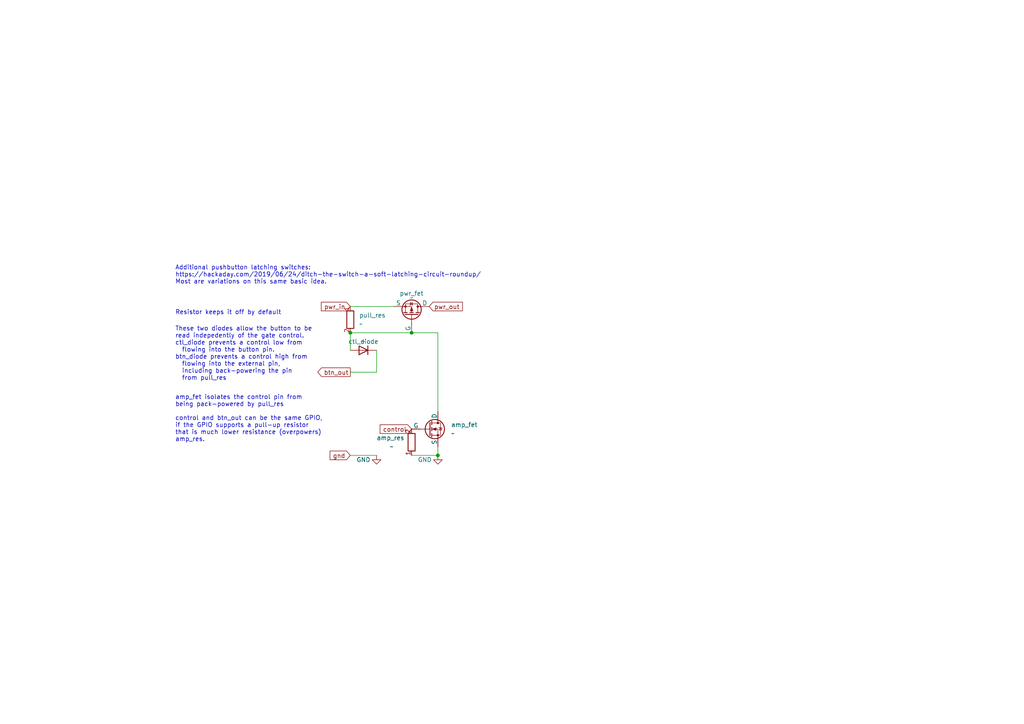
<source format=kicad_sch>
(kicad_sch (version 20230121) (generator eeschema)
  (paper "A4")
  (lib_symbols
    (symbol "Device:D" (pin_numbers hide) (pin_names (offset 1.016) hide)
      (property "Reference" "D" (at 0 2.54 0))
      (property "Value" "D" (at 0 -2.54 0))
      (symbol "D_0_1"
        (polyline (pts (xy -1.27 1.27) (xy -1.27 -1.27)) (stroke (width 0.254)))
        (polyline (pts (xy 1.27 0) (xy -1.27 0)))
        (polyline (pts (xy 1.27 1.27) (xy 1.27 -1.27) (xy -1.27 0) (xy 1.27 1.27)) (stroke (width 0.254)))
      )
      (symbol "D_1_1"
        (pin passive line (at -3.81 0 0) (length 2.54) (name "K") (number "1"))
        (pin passive line (at 3.81 0 180) (length 2.54) (name "A") (number "2"))
      )
    )
    (symbol "Device:Q_NMOS_DGS" (pin_numbers hide) (pin_names (offset 0))
      (property "Reference" "Q" (at 5.08 1.27 0))
      (property "Value" "Q_NMOS_DGS" (at 5.08 -1.27 0))
      (symbol "Q_NMOS_DGS_0_1"
        (polyline (pts (xy 0.254 0) (xy -2.54 0)))
        (polyline (pts (xy 0.254 1.905) (xy 0.254 -1.905)) (stroke (width 0.254)))
        (polyline (pts (xy 0.762 -1.27) (xy 0.762 -2.286)) (stroke (width 0.254)))
        (polyline (pts (xy 0.762 0.508) (xy 0.762 -0.508)) (stroke (width 0.254)))
        (polyline (pts (xy 0.762 2.286) (xy 0.762 1.27)) (stroke (width 0.254)))
        (polyline (pts (xy 2.54 2.54) (xy 2.54 1.778)))
        (polyline (pts (xy 2.54 -2.54) (xy 2.54 0) (xy 0.762 0)))
        (polyline (pts (xy 0.762 -1.778) (xy 3.302 -1.778) (xy 3.302 1.778) (xy 0.762 1.778)))
        (polyline (pts (xy 1.016 0) (xy 2.032 0.381) (xy 2.032 -0.381) (xy 1.016 0)) (fill (type outline)))
        (polyline (pts (xy 2.794 0.508) (xy 2.921 0.381) (xy 3.683 0.381) (xy 3.81 0.254)))
        (polyline (pts (xy 3.302 0.381) (xy 2.921 -0.254) (xy 3.683 -0.254) (xy 3.302 0.381)))
        (circle (center 1.651 0) (radius 2.794) (stroke (width 0.254)))
        (circle (center 2.54 -1.778) (radius 0.254) (fill (type outline)))
        (circle (center 2.54 1.778) (radius 0.254) (fill (type outline)))
      )
      (symbol "Q_NMOS_DGS_1_1"
        (pin passive line (at 2.54 5.08 270) (length 2.54) (name "D") (number "1"))
        (pin input line (at -5.08 0 0) (length 2.54) (name "G") (number "2"))
        (pin passive line (at 2.54 -5.08 90) (length 2.54) (name "S") (number "3"))
      )
    )
    (symbol "Device:Q_PMOS_DGS" (pin_numbers hide) (pin_names (offset 0))
      (property "Reference" "Q" (at 5.08 1.27 0))
      (property "Value" "Q_PMOS_DGS" (at 5.08 -1.27 0))
      (symbol "Q_PMOS_DGS_0_1"
        (polyline (pts (xy 0.254 0) (xy -2.54 0)))
        (polyline (pts (xy 0.254 1.905) (xy 0.254 -1.905)) (stroke (width 0.254)))
        (polyline (pts (xy 0.762 -1.27) (xy 0.762 -2.286)) (stroke (width 0.254)))
        (polyline (pts (xy 0.762 0.508) (xy 0.762 -0.508)) (stroke (width 0.254)))
        (polyline (pts (xy 0.762 2.286) (xy 0.762 1.27)) (stroke (width 0.254)))
        (polyline (pts (xy 2.54 2.54) (xy 2.54 1.778)))
        (polyline (pts (xy 2.54 -2.54) (xy 2.54 0) (xy 0.762 0)))
        (polyline (pts (xy 0.762 1.778) (xy 3.302 1.778) (xy 3.302 -1.778) (xy 0.762 -1.778)))
        (polyline (pts (xy 2.286 0) (xy 1.27 0.381) (xy 1.27 -0.381) (xy 2.286 0)) (fill (type outline)))
        (polyline (pts (xy 2.794 -0.508) (xy 2.921 -0.381) (xy 3.683 -0.381) (xy 3.81 -0.254)))
        (polyline (pts (xy 3.302 -0.381) (xy 2.921 0.254) (xy 3.683 0.254) (xy 3.302 -0.381)))
        (circle (center 1.651 0) (radius 2.794) (stroke (width 0.254)))
        (circle (center 2.54 -1.778) (radius 0.254) (fill (type outline)))
        (circle (center 2.54 1.778) (radius 0.254) (fill (type outline)))
      )
      (symbol "Q_PMOS_DGS_1_1"
        (pin passive line (at 2.54 5.08 270) (length 2.54) (name "D") (number "1"))
        (pin input line (at -5.08 0 0) (length 2.54) (name "G") (number "2"))
        (pin passive line (at 2.54 -5.08 90) (length 2.54) (name "S") (number "3"))
      )
    )
    (symbol "Device:R" (pin_names (offset 0) hide)
      (property "Reference" "R" (at 2.032 0 90))
      (property "Value" "R" (at 0 0 90))
      (symbol "R_0_1"
        (rectangle (start -1.016 -2.54) (end 1.016 2.54) (stroke (width 0.254)))
      )
      (symbol "R_1_1"
        (pin passive line (at 0 3.81 270) (length 1.27) (name "~") (number "1"))
        (pin passive line (at 0 -3.81 90) (length 1.27) (name "~") (number "2"))
      )
    )
    (symbol "R_1" (pin_names (offset 0) hide)
      (property "Reference" "R" (at 2.032 0 90))
      (property "Value" "R_1" (at 0 0 90))
      (symbol "R_1_0_1"
        (rectangle (start -1.016 -2.54) (end 1.016 2.54) (stroke (width 0.254)))
      )
      (symbol "R_1_1_1"
        (pin passive line (at 0 3.81 270) (length 1.27) (name "~") (number "1"))
        (pin passive line (at 0 -3.81 90) (length 1.27) (name "~") (number "2"))
      )
    )
    (symbol "power:GND" (power) (pin_names (offset 0))
      (property "Value" "GND" (at 0 -3.81 0))
      (symbol "GND_0_1"
        (polyline (pts (xy 0 0) (xy 0 -1.27) (xy 1.27 -1.27) (xy 0 -2.54) (xy -1.27 -1.27) (xy 0 -1.27)))
      )
      (symbol "GND_1_1"
        (pin power_in line (at 0 0 270) (length 0) hide (name "GND") (number "1"))
      )
    )
  )
  (junction (at 127 132.08))
  (junction (at 101.6 96.52))
  (junction (at 119.38 96.52))
  (wire (pts (xy 127 132.08) (xy 127 129.54)))
  (wire (pts (xy 101.6 96.52) (xy 101.6 101.6)))
  (wire (pts (xy 101.6 88.9) (xy 114.3 88.9)))
  (wire (pts (xy 109.22 101.6) (xy 109.22 107.95)))
  (wire (pts (xy 101.6 107.95) (xy 109.22 107.95)))
  (wire (pts (xy 119.38 96.52) (xy 127 96.52)))
  (wire (pts (xy 119.38 132.08) (xy 127 132.08)))
  (wire (pts (xy 127 96.52) (xy 127 119.38)))
  (wire (pts (xy 101.6 132.08) (xy 109.22 132.08)))
  (wire (pts (xy 101.6 96.52) (xy 119.38 96.52)))
  (text "Resistor keeps it off by default" (at 50.8 91.44 0) (effects (font (size 1.27 1.27)) (justify left bottom)))
  (text "Additional pushbutton latching switches:\nhttps://hackaday.com/2019/06/24/ditch-the-switch-a-soft-latching-circuit-roundup/\nMost are variations on this same basic idea." (at 50.8 82.55 0) (effects (font (size 1.27 1.27)) (justify left bottom)))
  (text "amp_fet isolates the control pin from\nbeing pack-powered by pull_res" (at 50.8 118.11 0) (effects (font (size 1.27 1.27)) (justify left bottom)))
  (text "These two diodes allow the button to be\nread indepedently of the gate control.\nctl_diode prevents a control low from\n  flowing into the button pin.\nbtn_diode prevents a control high from\n  flowing into the external pin,\n  including back-powering the pin\n  from pull_res" (at 50.8 110.49 0) (effects (font (size 1.27 1.27)) (justify left bottom)))
  (text "control and btn_out can be the same GPIO,\nif the GPIO supports a pull-up resistor\nthat is much lower resistance (overpowers)\namp_res." (at 50.8 128.27 0) (effects (font (size 1.27 1.27)) (justify left bottom)))
  (global_label "gnd" (shape input) (at 101.6 132.08 180) (property "Intersheetrefs" "${INTERSHEET_REFS}" (effects hide)))
  (global_label "control" (shape input) (at 119.38 124.46 180) (property "Intersheetrefs" "${INTERSHEET_REFS}" (effects hide)))
  (global_label "btn_out" (shape output) (at 101.6 107.95 180) (property "Intersheetrefs" "${INTERSHEET_REFS}" (effects hide)))
  (global_label "pwr_in" (shape input) (at 101.6 88.9 180) (property "Intersheetrefs" "${INTERSHEET_REFS}" (effects hide)))
  (global_label "pwr_out" (shape input) (at 124.46 88.9 0) (property "Intersheetrefs" "${INTERSHEET_REFS}" (effects hide)))
  (symbol (lib_id "Device:Q_PMOS_DGS") (at 119.38 91.44 270) (mirror x) (unit 1)
    (property "Reference" "pwr_fet" (at 119.38 85.09 90))
    (property "Value" "~" (at 119.38 86.36 90))
  )
  (symbol (lib_name "R_1") (lib_id "Device:R") (at 119.38 128.27 180) (unit 1)
    (property "Reference" "amp_res" (at 109.22 127 0) (effects (justify right)))
    (property "Value" "~" (at 113.03 129.54 0) (effects (justify right)))
  )
  (symbol (lib_id "Device:Q_NMOS_DGS") (at 124.46 124.46 0) (unit 1)
    (property "Reference" "amp_fet" (at 130.81 123.1899 0) (effects (justify left)))
    (property "Value" "~" (at 130.81 125.7299 0) (effects (justify left)))
  )
  (symbol (lib_id "power:GND") (at 109.22 132.08 0) (unit 1)
    (property "Reference" "#PWR?" (effects hide))
    (property "Value" "GND" (at 105.41 133.35 0))
  )
  (symbol (lib_id "Device:R") (at 101.6 92.71 0) (unit 1)
    (property "Reference" "pull_res" (at 104.14 91.4399 0) (effects (justify left)))
    (property "Value" "~" (at 104.14 93.9799 0) (effects (justify left)))
  )
  (symbol (lib_id "power:GND") (at 127 132.08 0) (unit 1)
    (property "Reference" "#PWR?" (effects hide))
    (property "Value" "GND" (at 123.19 133.35 0))
  )
  (symbol (lib_id "Device:D") (at 105.41 101.6 180) (unit 1)
    (property "Reference" "ctl_diode" (at 105.41 99.06 0))
    (property "Value" "~" (at 105.41 99.06 0))
  )
)
</source>
